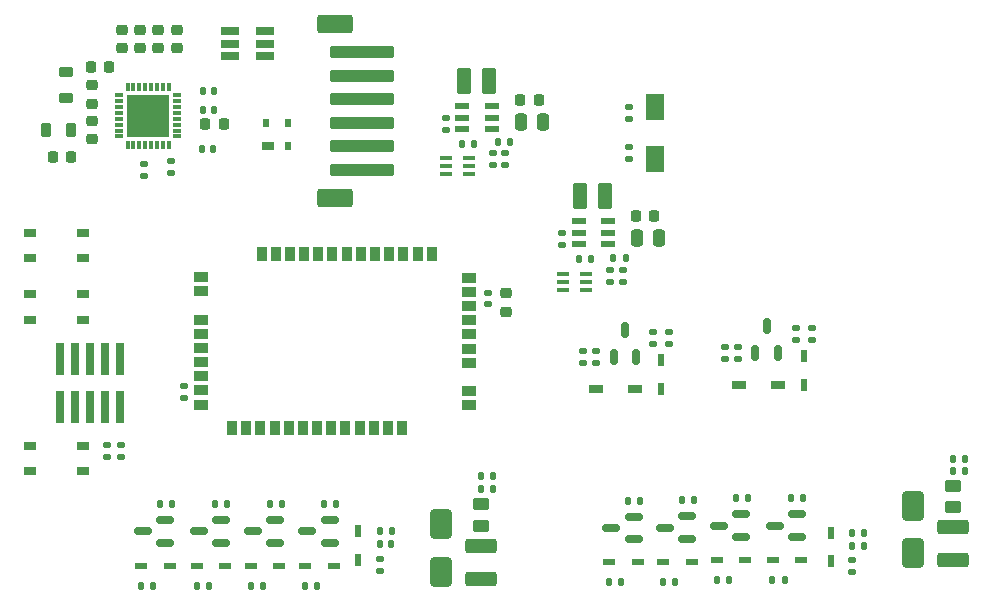
<source format=gbr>
%TF.GenerationSoftware,KiCad,Pcbnew,8.0.8*%
%TF.CreationDate,2025-03-05T18:01:18-08:00*%
%TF.ProjectId,LoRa-BLE-Sensor,4c6f5261-2d42-44c4-952d-53656e736f72,1*%
%TF.SameCoordinates,Original*%
%TF.FileFunction,Paste,Top*%
%TF.FilePolarity,Positive*%
%FSLAX46Y46*%
G04 Gerber Fmt 4.6, Leading zero omitted, Abs format (unit mm)*
G04 Created by KiCad (PCBNEW 8.0.8) date 2025-03-05 18:01:18*
%MOMM*%
%LPD*%
G01*
G04 APERTURE LIST*
G04 Aperture macros list*
%AMRoundRect*
0 Rectangle with rounded corners*
0 $1 Rounding radius*
0 $2 $3 $4 $5 $6 $7 $8 $9 X,Y pos of 4 corners*
0 Add a 4 corners polygon primitive as box body*
4,1,4,$2,$3,$4,$5,$6,$7,$8,$9,$2,$3,0*
0 Add four circle primitives for the rounded corners*
1,1,$1+$1,$2,$3*
1,1,$1+$1,$4,$5*
1,1,$1+$1,$6,$7*
1,1,$1+$1,$8,$9*
0 Add four rect primitives between the rounded corners*
20,1,$1+$1,$2,$3,$4,$5,0*
20,1,$1+$1,$4,$5,$6,$7,0*
20,1,$1+$1,$6,$7,$8,$9,0*
20,1,$1+$1,$8,$9,$2,$3,0*%
G04 Aperture macros list end*
%ADD10RoundRect,0.140000X-0.170000X0.140000X-0.170000X-0.140000X0.170000X-0.140000X0.170000X0.140000X0*%
%ADD11RoundRect,0.150000X0.587500X0.150000X-0.587500X0.150000X-0.587500X-0.150000X0.587500X-0.150000X0*%
%ADD12R,1.100000X0.500000*%
%ADD13RoundRect,0.135000X-0.135000X-0.185000X0.135000X-0.185000X0.135000X0.185000X-0.135000X0.185000X0*%
%ADD14RoundRect,0.140000X-0.140000X-0.170000X0.140000X-0.170000X0.140000X0.170000X-0.140000X0.170000X0*%
%ADD15RoundRect,0.147500X0.172500X-0.147500X0.172500X0.147500X-0.172500X0.147500X-0.172500X-0.147500X0*%
%ADD16RoundRect,0.225000X0.250000X-0.225000X0.250000X0.225000X-0.250000X0.225000X-0.250000X-0.225000X0*%
%ADD17R,1.000000X0.700000*%
%ADD18RoundRect,0.225000X-0.250000X0.225000X-0.250000X-0.225000X0.250000X-0.225000X0.250000X0.225000X0*%
%ADD19RoundRect,0.250000X0.450000X-0.262500X0.450000X0.262500X-0.450000X0.262500X-0.450000X-0.262500X0*%
%ADD20RoundRect,0.135000X0.135000X0.185000X-0.135000X0.185000X-0.135000X-0.185000X0.135000X-0.185000X0*%
%ADD21RoundRect,0.250000X0.375000X0.850000X-0.375000X0.850000X-0.375000X-0.850000X0.375000X-0.850000X0*%
%ADD22R,0.600000X0.700000*%
%ADD23RoundRect,0.040600X-0.564400X-0.249400X0.564400X-0.249400X0.564400X0.249400X-0.564400X0.249400X0*%
%ADD24R,0.500000X1.100000*%
%ADD25RoundRect,0.225000X-0.225000X-0.250000X0.225000X-0.250000X0.225000X0.250000X-0.225000X0.250000X0*%
%ADD26RoundRect,0.135000X0.185000X-0.135000X0.185000X0.135000X-0.185000X0.135000X-0.185000X-0.135000X0*%
%ADD27R,1.250000X0.750000*%
%ADD28RoundRect,0.225000X0.225000X0.250000X-0.225000X0.250000X-0.225000X-0.250000X0.225000X-0.250000X0*%
%ADD29R,1.600000X2.300000*%
%ADD30RoundRect,0.250000X0.650000X-1.000000X0.650000X1.000000X-0.650000X1.000000X-0.650000X-1.000000X0*%
%ADD31RoundRect,0.135000X-0.185000X0.135000X-0.185000X-0.135000X0.185000X-0.135000X0.185000X0.135000X0*%
%ADD32R,1.100000X0.450000*%
%ADD33R,0.740000X2.795000*%
%ADD34RoundRect,0.250000X1.075000X-0.375000X1.075000X0.375000X-1.075000X0.375000X-1.075000X-0.375000X0*%
%ADD35RoundRect,0.218750X-0.218750X-0.381250X0.218750X-0.381250X0.218750X0.381250X-0.218750X0.381250X0*%
%ADD36RoundRect,0.250000X-0.250000X-0.475000X0.250000X-0.475000X0.250000X0.475000X-0.250000X0.475000X0*%
%ADD37R,0.900000X1.300000*%
%ADD38R,1.300000X0.900000*%
%ADD39RoundRect,0.147500X-0.147500X-0.172500X0.147500X-0.172500X0.147500X0.172500X-0.147500X0.172500X0*%
%ADD40R,1.600000X0.700000*%
%ADD41RoundRect,0.250000X2.500000X-0.250000X2.500000X0.250000X-2.500000X0.250000X-2.500000X-0.250000X0*%
%ADD42RoundRect,0.250000X1.250000X-0.550000X1.250000X0.550000X-1.250000X0.550000X-1.250000X-0.550000X0*%
%ADD43R,0.800000X0.300000*%
%ADD44R,0.300000X0.800000*%
%ADD45R,3.600000X3.600000*%
%ADD46RoundRect,0.218750X-0.381250X0.218750X-0.381250X-0.218750X0.381250X-0.218750X0.381250X0.218750X0*%
%ADD47RoundRect,0.150000X0.150000X-0.512500X0.150000X0.512500X-0.150000X0.512500X-0.150000X-0.512500X0*%
G04 APERTURE END LIST*
D10*
%TO.C,C11*%
X75800000Y-66520000D03*
X75800000Y-67480000D03*
%TD*%
D11*
%TO.C,Q5*%
X131100000Y-98050000D03*
X131100000Y-96150000D03*
X129225000Y-97100000D03*
%TD*%
D10*
%TO.C,C2*%
X105000000Y-77420000D03*
X105000000Y-78380000D03*
%TD*%
D11*
%TO.C,Q8*%
X117290000Y-98250000D03*
X117290000Y-96350000D03*
X115415000Y-97300000D03*
%TD*%
D12*
%TO.C,D6*%
X124362500Y-100000000D03*
X126762500Y-100000000D03*
%TD*%
D10*
%TO.C,C3*%
X79200000Y-85320000D03*
X79200000Y-86280000D03*
%TD*%
D13*
%TO.C,R4*%
X77190000Y-95300000D03*
X78210000Y-95300000D03*
%TD*%
D14*
%TO.C,C7*%
X95800000Y-98700000D03*
X96760000Y-98700000D03*
%TD*%
D12*
%TO.C,D2*%
X84910000Y-100500000D03*
X87310000Y-100500000D03*
%TD*%
D15*
%TO.C,D18*%
X116912500Y-62670000D03*
X116912500Y-61700000D03*
%TD*%
D16*
%TO.C,C17*%
X74000000Y-56675000D03*
X74000000Y-55125000D03*
%TD*%
D17*
%TO.C,SW1*%
X66150000Y-90325000D03*
X70650000Y-90325000D03*
X66150000Y-92475000D03*
X70650000Y-92475000D03*
%TD*%
D18*
%TO.C,C20*%
X71400000Y-62825000D03*
X71400000Y-64375000D03*
%TD*%
D19*
%TO.C,R20*%
X104390000Y-97112500D03*
X104390000Y-95287500D03*
%TD*%
D13*
%TO.C,R11*%
X121380000Y-94950000D03*
X122400000Y-94950000D03*
%TD*%
D20*
%TO.C,R37*%
X103755000Y-64750000D03*
X102735000Y-64750000D03*
%TD*%
D10*
%TO.C,C4*%
X72700000Y-90300000D03*
X72700000Y-91260000D03*
%TD*%
D12*
%TO.C,D5*%
X129062500Y-100000000D03*
X131462500Y-100000000D03*
%TD*%
D21*
%TO.C,L3*%
X105065000Y-59500000D03*
X102915000Y-59500000D03*
%TD*%
D17*
%TO.C,D20*%
X86350000Y-65000000D03*
D22*
X88050000Y-65000000D03*
X88050000Y-63000000D03*
X86150000Y-63000000D03*
%TD*%
D23*
%TO.C,U3*%
X102790000Y-61600000D03*
X102790000Y-62550000D03*
X102790000Y-63500000D03*
X105300000Y-63500000D03*
X105300000Y-62550000D03*
X105300000Y-61600000D03*
%TD*%
D24*
%TO.C,D12*%
X134000000Y-100100000D03*
X134000000Y-97700000D03*
%TD*%
D20*
%TO.C,R14*%
X125372500Y-101700000D03*
X124352500Y-101700000D03*
%TD*%
D25*
%TO.C,C14*%
X68125000Y-65900000D03*
X69675000Y-65900000D03*
%TD*%
D26*
%TO.C,R38*%
X101400000Y-63610000D03*
X101400000Y-62590000D03*
%TD*%
D25*
%TO.C,C18*%
X107715000Y-61100000D03*
X109265000Y-61100000D03*
%TD*%
D27*
%TO.C,D15*%
X129550000Y-85162500D03*
X126250000Y-85162500D03*
%TD*%
%TO.C,D14*%
X117450000Y-85500000D03*
X114150000Y-85500000D03*
%TD*%
D14*
%TO.C,C6*%
X144357500Y-92450000D03*
X145317500Y-92450000D03*
%TD*%
D20*
%TO.C,R7*%
X81310000Y-102200000D03*
X80290000Y-102200000D03*
%TD*%
D28*
%TO.C,C13*%
X72875000Y-58300000D03*
X71325000Y-58300000D03*
%TD*%
D20*
%TO.C,R6*%
X85920000Y-102200000D03*
X84900000Y-102200000D03*
%TD*%
D11*
%TO.C,Q1*%
X91547500Y-98550000D03*
X91547500Y-96650000D03*
X89672500Y-97600000D03*
%TD*%
D29*
%TO.C,D19*%
X119112500Y-61700000D03*
X119112500Y-66100000D03*
%TD*%
D13*
%TO.C,R27*%
X135800000Y-97700000D03*
X136820000Y-97700000D03*
%TD*%
D30*
%TO.C,D9*%
X100990000Y-101000000D03*
X100990000Y-97000000D03*
%TD*%
D26*
%TO.C,R31*%
X113050000Y-83310000D03*
X113050000Y-82290000D03*
%TD*%
D17*
%TO.C,SW2*%
X66150000Y-77525000D03*
X70650000Y-77525000D03*
X66150000Y-79675000D03*
X70650000Y-79675000D03*
%TD*%
D31*
%TO.C,R42*%
X106445000Y-65590000D03*
X106445000Y-66610000D03*
%TD*%
D32*
%TO.C,Q12*%
X111300000Y-75825000D03*
X111300000Y-76475000D03*
X111300000Y-77125000D03*
X113300000Y-77125000D03*
X113300000Y-76475000D03*
X113300000Y-75825000D03*
%TD*%
D26*
%TO.C,R40*%
X111255000Y-73320000D03*
X111255000Y-72300000D03*
%TD*%
D33*
%TO.C,J1*%
X73840000Y-82967500D03*
X73840000Y-87032500D03*
X72570000Y-82967500D03*
X72570000Y-87032500D03*
X71300000Y-82967500D03*
X71300000Y-87032500D03*
X70030000Y-82967500D03*
X70030000Y-87032500D03*
X68760000Y-82967500D03*
X68760000Y-87032500D03*
%TD*%
D20*
%TO.C,R15*%
X120810000Y-101850000D03*
X119790000Y-101850000D03*
%TD*%
D26*
%TO.C,R23*%
X135800000Y-101010000D03*
X135800000Y-99990000D03*
%TD*%
D34*
%TO.C,F2*%
X144357500Y-100050000D03*
X144357500Y-97250000D03*
%TD*%
D13*
%TO.C,R9*%
X130652500Y-94800000D03*
X131672500Y-94800000D03*
%TD*%
D16*
%TO.C,C12*%
X78600000Y-56675000D03*
X78600000Y-55125000D03*
%TD*%
D26*
%TO.C,R22*%
X95800000Y-100910000D03*
X95800000Y-99890000D03*
%TD*%
D12*
%TO.C,D1*%
X89510000Y-100500000D03*
X91910000Y-100500000D03*
%TD*%
D13*
%TO.C,R2*%
X86490000Y-95300000D03*
X87510000Y-95300000D03*
%TD*%
D23*
%TO.C,U4*%
X112645000Y-71350000D03*
X112645000Y-72300000D03*
X112645000Y-73250000D03*
X115155000Y-73250000D03*
X115155000Y-72300000D03*
X115155000Y-71350000D03*
%TD*%
D20*
%TO.C,R8*%
X76610000Y-102200000D03*
X75590000Y-102200000D03*
%TD*%
D13*
%TO.C,R26*%
X95800000Y-97600000D03*
X96820000Y-97600000D03*
%TD*%
D35*
%TO.C,L2*%
X67575000Y-63600000D03*
X69700000Y-63600000D03*
%TD*%
D18*
%TO.C,C1*%
X106500000Y-77425000D03*
X106500000Y-78975000D03*
%TD*%
D32*
%TO.C,Q11*%
X101390000Y-66000000D03*
X101390000Y-66650000D03*
X101390000Y-67300000D03*
X103390000Y-67300000D03*
X103390000Y-66650000D03*
X103390000Y-66000000D03*
%TD*%
D13*
%TO.C,R12*%
X116842500Y-95000000D03*
X117862500Y-95000000D03*
%TD*%
D36*
%TO.C,C25*%
X117550000Y-72725000D03*
X119450000Y-72725000D03*
%TD*%
D26*
%TO.C,R18*%
X118950000Y-81710000D03*
X118950000Y-80690000D03*
%TD*%
D24*
%TO.C,D17*%
X131700000Y-85162500D03*
X131700000Y-82762500D03*
%TD*%
D16*
%TO.C,C16*%
X71400000Y-61375000D03*
X71400000Y-59825000D03*
%TD*%
D13*
%TO.C,R1*%
X91090000Y-95300000D03*
X92110000Y-95300000D03*
%TD*%
D20*
%TO.C,R39*%
X113665000Y-74525000D03*
X112645000Y-74525000D03*
%TD*%
D31*
%TO.C,R29*%
X132400000Y-80352500D03*
X132400000Y-81372500D03*
%TD*%
D37*
%TO.C,U1*%
X100200000Y-74094853D03*
X99000000Y-74094853D03*
X97800000Y-74094853D03*
X96600000Y-74094853D03*
X95400000Y-74094853D03*
X94200000Y-74094853D03*
X93000000Y-74094853D03*
X91800000Y-74094853D03*
X90600000Y-74094853D03*
X89400000Y-74094853D03*
X88200000Y-74094853D03*
X87000000Y-74094853D03*
X85800000Y-74094853D03*
D38*
X80630000Y-76054853D03*
X80630000Y-77254853D03*
X80630000Y-79654853D03*
X80630000Y-80854853D03*
X80630000Y-82054853D03*
X80630000Y-83254853D03*
X80630000Y-84454853D03*
X80630000Y-85654853D03*
X80630000Y-86854853D03*
D37*
X83300000Y-88834853D03*
X84500000Y-88834853D03*
X85700000Y-88834853D03*
X86900000Y-88834853D03*
X88100000Y-88834853D03*
X89300000Y-88834853D03*
X90500000Y-88834853D03*
X91700000Y-88834853D03*
X92900000Y-88834853D03*
X94100000Y-88834853D03*
X95300000Y-88834853D03*
X96500000Y-88834853D03*
X97700000Y-88834853D03*
D38*
X103370000Y-86914853D03*
X103370000Y-85714853D03*
X103370000Y-83314853D03*
X103370000Y-82114853D03*
X103370000Y-80914853D03*
X103370000Y-79714853D03*
X103370000Y-78514853D03*
X103370000Y-77314853D03*
X103370000Y-76114853D03*
%TD*%
D11*
%TO.C,Q6*%
X126400000Y-98050000D03*
X126400000Y-96150000D03*
X124525000Y-97100000D03*
%TD*%
D39*
%TO.C,R24*%
X104405000Y-92900000D03*
X105375000Y-92900000D03*
%TD*%
D16*
%TO.C,C21*%
X75500000Y-56675000D03*
X75500000Y-55125000D03*
%TD*%
D14*
%TO.C,C8*%
X135800000Y-98800000D03*
X136760000Y-98800000D03*
%TD*%
D40*
%TO.C,D13*%
X86100000Y-57350000D03*
X83100000Y-57350000D03*
X86100000Y-56300000D03*
X83100000Y-56300000D03*
X86100000Y-55250000D03*
X83100000Y-55250000D03*
%TD*%
D20*
%TO.C,R5*%
X90520000Y-102200000D03*
X89500000Y-102200000D03*
%TD*%
D14*
%TO.C,C9*%
X80720000Y-65200000D03*
X81680000Y-65200000D03*
%TD*%
D30*
%TO.C,D10*%
X140957500Y-99450000D03*
X140957500Y-95450000D03*
%TD*%
D13*
%TO.C,R35*%
X105845000Y-64600000D03*
X106865000Y-64600000D03*
%TD*%
%TO.C,R10*%
X125952500Y-94800000D03*
X126972500Y-94800000D03*
%TD*%
D17*
%TO.C,SW3*%
X70650000Y-74475000D03*
X66150000Y-74475000D03*
X70650000Y-72325000D03*
X66150000Y-72325000D03*
%TD*%
D39*
%TO.C,R25*%
X144372500Y-91437500D03*
X145342500Y-91437500D03*
%TD*%
D11*
%TO.C,Q3*%
X82337500Y-98550000D03*
X82337500Y-96650000D03*
X80462500Y-97600000D03*
%TD*%
D20*
%TO.C,R16*%
X116262500Y-101900000D03*
X115242500Y-101900000D03*
%TD*%
D19*
%TO.C,R21*%
X144357500Y-95562500D03*
X144357500Y-93737500D03*
%TD*%
D36*
%TO.C,C24*%
X107740000Y-62900000D03*
X109640000Y-62900000D03*
%TD*%
D11*
%TO.C,Q2*%
X86947500Y-98550000D03*
X86947500Y-96650000D03*
X85072500Y-97600000D03*
%TD*%
D24*
%TO.C,D16*%
X119600000Y-85500000D03*
X119600000Y-83100000D03*
%TD*%
D25*
%TO.C,C22*%
X81025000Y-63100000D03*
X82575000Y-63100000D03*
%TD*%
D31*
%TO.C,R19*%
X120300000Y-80690000D03*
X120300000Y-81710000D03*
%TD*%
D12*
%TO.C,D3*%
X80300000Y-100500000D03*
X82700000Y-100500000D03*
%TD*%
D41*
%TO.C,J3*%
X94300000Y-67000000D03*
X94300000Y-65000000D03*
X94300000Y-63000000D03*
X94300000Y-61000000D03*
X94300000Y-59000000D03*
X94300000Y-57000000D03*
D42*
X92050000Y-69400000D03*
X92050000Y-54600000D03*
%TD*%
D26*
%TO.C,R28*%
X131050000Y-81372500D03*
X131050000Y-80352500D03*
%TD*%
D31*
%TO.C,R34*%
X126150000Y-81942500D03*
X126150000Y-82962500D03*
%TD*%
D11*
%TO.C,Q4*%
X77637500Y-98550000D03*
X77637500Y-96650000D03*
X75762500Y-97600000D03*
%TD*%
D13*
%TO.C,R3*%
X81890000Y-95300000D03*
X82910000Y-95300000D03*
%TD*%
D12*
%TO.C,D4*%
X75600000Y-100500000D03*
X78000000Y-100500000D03*
%TD*%
D26*
%TO.C,R41*%
X116912500Y-66100000D03*
X116912500Y-65080000D03*
%TD*%
D24*
%TO.C,D11*%
X94000000Y-100000000D03*
X94000000Y-97600000D03*
%TD*%
D31*
%TO.C,R33*%
X114150000Y-82290000D03*
X114150000Y-83310000D03*
%TD*%
D26*
%TO.C,R32*%
X125050000Y-82972500D03*
X125050000Y-81952500D03*
%TD*%
%TO.C,R17*%
X73900000Y-91290000D03*
X73900000Y-90270000D03*
%TD*%
D43*
%TO.C,U2*%
X73750000Y-60650000D03*
X73750000Y-61150000D03*
X73750000Y-61650000D03*
X73750000Y-62150000D03*
X73750000Y-62650000D03*
X73750000Y-63150000D03*
X73750000Y-63650000D03*
X73750000Y-64150000D03*
D44*
X74450000Y-64850000D03*
X74950000Y-64850000D03*
X75450000Y-64850000D03*
X75950000Y-64850000D03*
X76450000Y-64850000D03*
X76950000Y-64850000D03*
X77450000Y-64850000D03*
X77950000Y-64850000D03*
D43*
X78650000Y-64150000D03*
X78650000Y-63650000D03*
X78650000Y-63150000D03*
X78650000Y-62650000D03*
X78650000Y-62150000D03*
X78650000Y-61650000D03*
X78650000Y-61150000D03*
X78650000Y-60650000D03*
D44*
X77950000Y-59950000D03*
X77450000Y-59950000D03*
X76950000Y-59950000D03*
X76450000Y-59950000D03*
X75950000Y-59950000D03*
X75450000Y-59950000D03*
X74950000Y-59950000D03*
X74450000Y-59950000D03*
D45*
X76200000Y-62400000D03*
%TD*%
D12*
%TO.C,D8*%
X115252500Y-100200000D03*
X117652500Y-100200000D03*
%TD*%
D34*
%TO.C,F1*%
X104390000Y-101600000D03*
X104390000Y-98800000D03*
%TD*%
D20*
%TO.C,R13*%
X130072500Y-101700000D03*
X129052500Y-101700000D03*
%TD*%
D25*
%TO.C,C19*%
X117470000Y-70900000D03*
X119020000Y-70900000D03*
%TD*%
D46*
%TO.C,L1*%
X69200000Y-58737500D03*
X69200000Y-60862500D03*
%TD*%
D31*
%TO.C,R43*%
X105390000Y-65590000D03*
X105390000Y-66610000D03*
%TD*%
D13*
%TO.C,R36*%
X115590000Y-74425000D03*
X116610000Y-74425000D03*
%TD*%
D16*
%TO.C,C15*%
X77000000Y-56675000D03*
X77000000Y-55125000D03*
%TD*%
D14*
%TO.C,C10*%
X80820000Y-61900000D03*
X81780000Y-61900000D03*
%TD*%
D12*
%TO.C,D7*%
X119800000Y-100150000D03*
X122200000Y-100150000D03*
%TD*%
D31*
%TO.C,R45*%
X115300000Y-75490000D03*
X115300000Y-76510000D03*
%TD*%
D21*
%TO.C,L4*%
X114875000Y-69200000D03*
X112725000Y-69200000D03*
%TD*%
D14*
%TO.C,C5*%
X104410000Y-94000000D03*
X105370000Y-94000000D03*
%TD*%
D47*
%TO.C,Q9*%
X115600000Y-82837500D03*
X117500000Y-82837500D03*
X116550000Y-80562500D03*
%TD*%
D31*
%TO.C,R30*%
X78150000Y-66190000D03*
X78150000Y-67210000D03*
%TD*%
D47*
%TO.C,Q10*%
X127600000Y-82500000D03*
X129500000Y-82500000D03*
X128550000Y-80225000D03*
%TD*%
D11*
%TO.C,Q7*%
X121837500Y-98230000D03*
X121837500Y-96330000D03*
X119962500Y-97280000D03*
%TD*%
D31*
%TO.C,R44*%
X116400000Y-75490000D03*
X116400000Y-76510000D03*
%TD*%
D14*
%TO.C,C23*%
X80820000Y-60300000D03*
X81780000Y-60300000D03*
%TD*%
M02*

</source>
